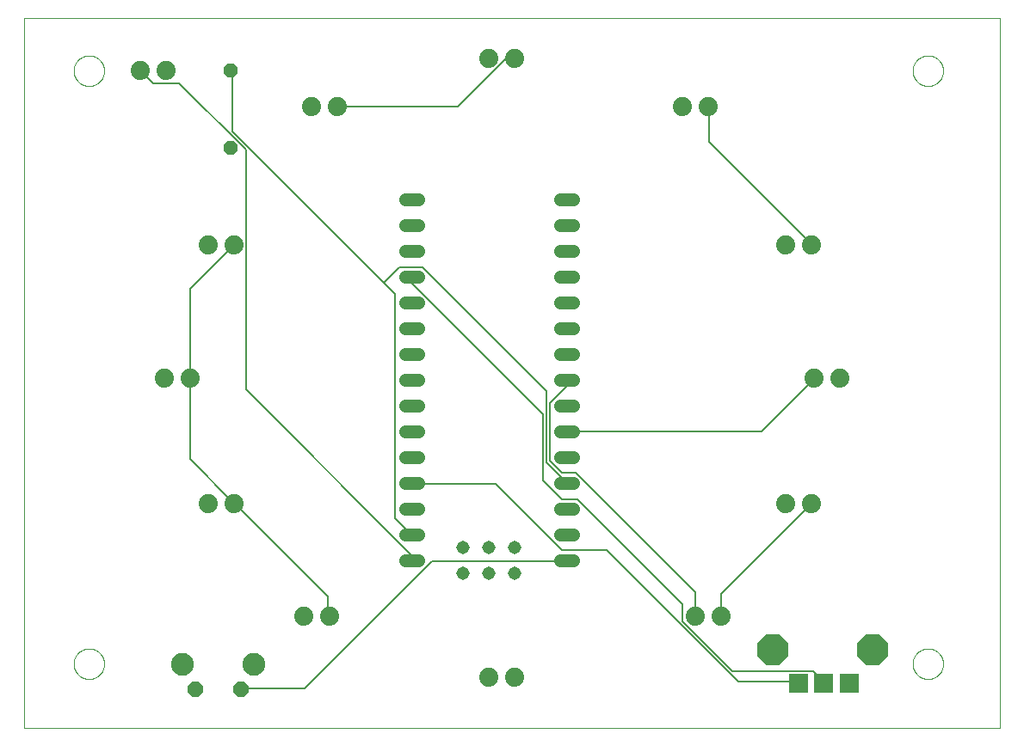
<source format=gbl>
G75*
%MOIN*%
%OFA0B0*%
%FSLAX25Y25*%
%IPPOS*%
%LPD*%
%AMOC8*
5,1,8,0,0,1.08239X$1,22.5*
%
%ADD10C,0.00000*%
%ADD11C,0.07400*%
%ADD12OC8,0.05200*%
%ADD13OC8,0.06000*%
%ADD14C,0.08850*%
%ADD15C,0.05150*%
%ADD16C,0.05150*%
%ADD17R,0.07400X0.07400*%
%ADD18OC8,0.11811*%
%ADD19C,0.00600*%
D10*
X0001000Y0020750D02*
X0001000Y0296341D01*
X0378953Y0296341D01*
X0378953Y0020750D01*
X0001000Y0020750D01*
X0020094Y0045750D02*
X0020096Y0045903D01*
X0020102Y0046057D01*
X0020112Y0046210D01*
X0020126Y0046362D01*
X0020144Y0046515D01*
X0020166Y0046666D01*
X0020191Y0046817D01*
X0020221Y0046968D01*
X0020255Y0047118D01*
X0020292Y0047266D01*
X0020333Y0047414D01*
X0020378Y0047560D01*
X0020427Y0047706D01*
X0020480Y0047850D01*
X0020536Y0047992D01*
X0020596Y0048133D01*
X0020660Y0048273D01*
X0020727Y0048411D01*
X0020798Y0048547D01*
X0020873Y0048681D01*
X0020950Y0048813D01*
X0021032Y0048943D01*
X0021116Y0049071D01*
X0021204Y0049197D01*
X0021295Y0049320D01*
X0021389Y0049441D01*
X0021487Y0049559D01*
X0021587Y0049675D01*
X0021691Y0049788D01*
X0021797Y0049899D01*
X0021906Y0050007D01*
X0022018Y0050112D01*
X0022132Y0050213D01*
X0022250Y0050312D01*
X0022369Y0050408D01*
X0022491Y0050501D01*
X0022616Y0050590D01*
X0022743Y0050677D01*
X0022872Y0050759D01*
X0023003Y0050839D01*
X0023136Y0050915D01*
X0023271Y0050988D01*
X0023408Y0051057D01*
X0023547Y0051122D01*
X0023687Y0051184D01*
X0023829Y0051242D01*
X0023972Y0051297D01*
X0024117Y0051348D01*
X0024263Y0051395D01*
X0024410Y0051438D01*
X0024558Y0051477D01*
X0024707Y0051513D01*
X0024857Y0051544D01*
X0025008Y0051572D01*
X0025159Y0051596D01*
X0025312Y0051616D01*
X0025464Y0051632D01*
X0025617Y0051644D01*
X0025770Y0051652D01*
X0025923Y0051656D01*
X0026077Y0051656D01*
X0026230Y0051652D01*
X0026383Y0051644D01*
X0026536Y0051632D01*
X0026688Y0051616D01*
X0026841Y0051596D01*
X0026992Y0051572D01*
X0027143Y0051544D01*
X0027293Y0051513D01*
X0027442Y0051477D01*
X0027590Y0051438D01*
X0027737Y0051395D01*
X0027883Y0051348D01*
X0028028Y0051297D01*
X0028171Y0051242D01*
X0028313Y0051184D01*
X0028453Y0051122D01*
X0028592Y0051057D01*
X0028729Y0050988D01*
X0028864Y0050915D01*
X0028997Y0050839D01*
X0029128Y0050759D01*
X0029257Y0050677D01*
X0029384Y0050590D01*
X0029509Y0050501D01*
X0029631Y0050408D01*
X0029750Y0050312D01*
X0029868Y0050213D01*
X0029982Y0050112D01*
X0030094Y0050007D01*
X0030203Y0049899D01*
X0030309Y0049788D01*
X0030413Y0049675D01*
X0030513Y0049559D01*
X0030611Y0049441D01*
X0030705Y0049320D01*
X0030796Y0049197D01*
X0030884Y0049071D01*
X0030968Y0048943D01*
X0031050Y0048813D01*
X0031127Y0048681D01*
X0031202Y0048547D01*
X0031273Y0048411D01*
X0031340Y0048273D01*
X0031404Y0048133D01*
X0031464Y0047992D01*
X0031520Y0047850D01*
X0031573Y0047706D01*
X0031622Y0047560D01*
X0031667Y0047414D01*
X0031708Y0047266D01*
X0031745Y0047118D01*
X0031779Y0046968D01*
X0031809Y0046817D01*
X0031834Y0046666D01*
X0031856Y0046515D01*
X0031874Y0046362D01*
X0031888Y0046210D01*
X0031898Y0046057D01*
X0031904Y0045903D01*
X0031906Y0045750D01*
X0031904Y0045597D01*
X0031898Y0045443D01*
X0031888Y0045290D01*
X0031874Y0045138D01*
X0031856Y0044985D01*
X0031834Y0044834D01*
X0031809Y0044683D01*
X0031779Y0044532D01*
X0031745Y0044382D01*
X0031708Y0044234D01*
X0031667Y0044086D01*
X0031622Y0043940D01*
X0031573Y0043794D01*
X0031520Y0043650D01*
X0031464Y0043508D01*
X0031404Y0043367D01*
X0031340Y0043227D01*
X0031273Y0043089D01*
X0031202Y0042953D01*
X0031127Y0042819D01*
X0031050Y0042687D01*
X0030968Y0042557D01*
X0030884Y0042429D01*
X0030796Y0042303D01*
X0030705Y0042180D01*
X0030611Y0042059D01*
X0030513Y0041941D01*
X0030413Y0041825D01*
X0030309Y0041712D01*
X0030203Y0041601D01*
X0030094Y0041493D01*
X0029982Y0041388D01*
X0029868Y0041287D01*
X0029750Y0041188D01*
X0029631Y0041092D01*
X0029509Y0040999D01*
X0029384Y0040910D01*
X0029257Y0040823D01*
X0029128Y0040741D01*
X0028997Y0040661D01*
X0028864Y0040585D01*
X0028729Y0040512D01*
X0028592Y0040443D01*
X0028453Y0040378D01*
X0028313Y0040316D01*
X0028171Y0040258D01*
X0028028Y0040203D01*
X0027883Y0040152D01*
X0027737Y0040105D01*
X0027590Y0040062D01*
X0027442Y0040023D01*
X0027293Y0039987D01*
X0027143Y0039956D01*
X0026992Y0039928D01*
X0026841Y0039904D01*
X0026688Y0039884D01*
X0026536Y0039868D01*
X0026383Y0039856D01*
X0026230Y0039848D01*
X0026077Y0039844D01*
X0025923Y0039844D01*
X0025770Y0039848D01*
X0025617Y0039856D01*
X0025464Y0039868D01*
X0025312Y0039884D01*
X0025159Y0039904D01*
X0025008Y0039928D01*
X0024857Y0039956D01*
X0024707Y0039987D01*
X0024558Y0040023D01*
X0024410Y0040062D01*
X0024263Y0040105D01*
X0024117Y0040152D01*
X0023972Y0040203D01*
X0023829Y0040258D01*
X0023687Y0040316D01*
X0023547Y0040378D01*
X0023408Y0040443D01*
X0023271Y0040512D01*
X0023136Y0040585D01*
X0023003Y0040661D01*
X0022872Y0040741D01*
X0022743Y0040823D01*
X0022616Y0040910D01*
X0022491Y0040999D01*
X0022369Y0041092D01*
X0022250Y0041188D01*
X0022132Y0041287D01*
X0022018Y0041388D01*
X0021906Y0041493D01*
X0021797Y0041601D01*
X0021691Y0041712D01*
X0021587Y0041825D01*
X0021487Y0041941D01*
X0021389Y0042059D01*
X0021295Y0042180D01*
X0021204Y0042303D01*
X0021116Y0042429D01*
X0021032Y0042557D01*
X0020950Y0042687D01*
X0020873Y0042819D01*
X0020798Y0042953D01*
X0020727Y0043089D01*
X0020660Y0043227D01*
X0020596Y0043367D01*
X0020536Y0043508D01*
X0020480Y0043650D01*
X0020427Y0043794D01*
X0020378Y0043940D01*
X0020333Y0044086D01*
X0020292Y0044234D01*
X0020255Y0044382D01*
X0020221Y0044532D01*
X0020191Y0044683D01*
X0020166Y0044834D01*
X0020144Y0044985D01*
X0020126Y0045138D01*
X0020112Y0045290D01*
X0020102Y0045443D01*
X0020096Y0045597D01*
X0020094Y0045750D01*
X0020094Y0275750D02*
X0020096Y0275903D01*
X0020102Y0276057D01*
X0020112Y0276210D01*
X0020126Y0276362D01*
X0020144Y0276515D01*
X0020166Y0276666D01*
X0020191Y0276817D01*
X0020221Y0276968D01*
X0020255Y0277118D01*
X0020292Y0277266D01*
X0020333Y0277414D01*
X0020378Y0277560D01*
X0020427Y0277706D01*
X0020480Y0277850D01*
X0020536Y0277992D01*
X0020596Y0278133D01*
X0020660Y0278273D01*
X0020727Y0278411D01*
X0020798Y0278547D01*
X0020873Y0278681D01*
X0020950Y0278813D01*
X0021032Y0278943D01*
X0021116Y0279071D01*
X0021204Y0279197D01*
X0021295Y0279320D01*
X0021389Y0279441D01*
X0021487Y0279559D01*
X0021587Y0279675D01*
X0021691Y0279788D01*
X0021797Y0279899D01*
X0021906Y0280007D01*
X0022018Y0280112D01*
X0022132Y0280213D01*
X0022250Y0280312D01*
X0022369Y0280408D01*
X0022491Y0280501D01*
X0022616Y0280590D01*
X0022743Y0280677D01*
X0022872Y0280759D01*
X0023003Y0280839D01*
X0023136Y0280915D01*
X0023271Y0280988D01*
X0023408Y0281057D01*
X0023547Y0281122D01*
X0023687Y0281184D01*
X0023829Y0281242D01*
X0023972Y0281297D01*
X0024117Y0281348D01*
X0024263Y0281395D01*
X0024410Y0281438D01*
X0024558Y0281477D01*
X0024707Y0281513D01*
X0024857Y0281544D01*
X0025008Y0281572D01*
X0025159Y0281596D01*
X0025312Y0281616D01*
X0025464Y0281632D01*
X0025617Y0281644D01*
X0025770Y0281652D01*
X0025923Y0281656D01*
X0026077Y0281656D01*
X0026230Y0281652D01*
X0026383Y0281644D01*
X0026536Y0281632D01*
X0026688Y0281616D01*
X0026841Y0281596D01*
X0026992Y0281572D01*
X0027143Y0281544D01*
X0027293Y0281513D01*
X0027442Y0281477D01*
X0027590Y0281438D01*
X0027737Y0281395D01*
X0027883Y0281348D01*
X0028028Y0281297D01*
X0028171Y0281242D01*
X0028313Y0281184D01*
X0028453Y0281122D01*
X0028592Y0281057D01*
X0028729Y0280988D01*
X0028864Y0280915D01*
X0028997Y0280839D01*
X0029128Y0280759D01*
X0029257Y0280677D01*
X0029384Y0280590D01*
X0029509Y0280501D01*
X0029631Y0280408D01*
X0029750Y0280312D01*
X0029868Y0280213D01*
X0029982Y0280112D01*
X0030094Y0280007D01*
X0030203Y0279899D01*
X0030309Y0279788D01*
X0030413Y0279675D01*
X0030513Y0279559D01*
X0030611Y0279441D01*
X0030705Y0279320D01*
X0030796Y0279197D01*
X0030884Y0279071D01*
X0030968Y0278943D01*
X0031050Y0278813D01*
X0031127Y0278681D01*
X0031202Y0278547D01*
X0031273Y0278411D01*
X0031340Y0278273D01*
X0031404Y0278133D01*
X0031464Y0277992D01*
X0031520Y0277850D01*
X0031573Y0277706D01*
X0031622Y0277560D01*
X0031667Y0277414D01*
X0031708Y0277266D01*
X0031745Y0277118D01*
X0031779Y0276968D01*
X0031809Y0276817D01*
X0031834Y0276666D01*
X0031856Y0276515D01*
X0031874Y0276362D01*
X0031888Y0276210D01*
X0031898Y0276057D01*
X0031904Y0275903D01*
X0031906Y0275750D01*
X0031904Y0275597D01*
X0031898Y0275443D01*
X0031888Y0275290D01*
X0031874Y0275138D01*
X0031856Y0274985D01*
X0031834Y0274834D01*
X0031809Y0274683D01*
X0031779Y0274532D01*
X0031745Y0274382D01*
X0031708Y0274234D01*
X0031667Y0274086D01*
X0031622Y0273940D01*
X0031573Y0273794D01*
X0031520Y0273650D01*
X0031464Y0273508D01*
X0031404Y0273367D01*
X0031340Y0273227D01*
X0031273Y0273089D01*
X0031202Y0272953D01*
X0031127Y0272819D01*
X0031050Y0272687D01*
X0030968Y0272557D01*
X0030884Y0272429D01*
X0030796Y0272303D01*
X0030705Y0272180D01*
X0030611Y0272059D01*
X0030513Y0271941D01*
X0030413Y0271825D01*
X0030309Y0271712D01*
X0030203Y0271601D01*
X0030094Y0271493D01*
X0029982Y0271388D01*
X0029868Y0271287D01*
X0029750Y0271188D01*
X0029631Y0271092D01*
X0029509Y0270999D01*
X0029384Y0270910D01*
X0029257Y0270823D01*
X0029128Y0270741D01*
X0028997Y0270661D01*
X0028864Y0270585D01*
X0028729Y0270512D01*
X0028592Y0270443D01*
X0028453Y0270378D01*
X0028313Y0270316D01*
X0028171Y0270258D01*
X0028028Y0270203D01*
X0027883Y0270152D01*
X0027737Y0270105D01*
X0027590Y0270062D01*
X0027442Y0270023D01*
X0027293Y0269987D01*
X0027143Y0269956D01*
X0026992Y0269928D01*
X0026841Y0269904D01*
X0026688Y0269884D01*
X0026536Y0269868D01*
X0026383Y0269856D01*
X0026230Y0269848D01*
X0026077Y0269844D01*
X0025923Y0269844D01*
X0025770Y0269848D01*
X0025617Y0269856D01*
X0025464Y0269868D01*
X0025312Y0269884D01*
X0025159Y0269904D01*
X0025008Y0269928D01*
X0024857Y0269956D01*
X0024707Y0269987D01*
X0024558Y0270023D01*
X0024410Y0270062D01*
X0024263Y0270105D01*
X0024117Y0270152D01*
X0023972Y0270203D01*
X0023829Y0270258D01*
X0023687Y0270316D01*
X0023547Y0270378D01*
X0023408Y0270443D01*
X0023271Y0270512D01*
X0023136Y0270585D01*
X0023003Y0270661D01*
X0022872Y0270741D01*
X0022743Y0270823D01*
X0022616Y0270910D01*
X0022491Y0270999D01*
X0022369Y0271092D01*
X0022250Y0271188D01*
X0022132Y0271287D01*
X0022018Y0271388D01*
X0021906Y0271493D01*
X0021797Y0271601D01*
X0021691Y0271712D01*
X0021587Y0271825D01*
X0021487Y0271941D01*
X0021389Y0272059D01*
X0021295Y0272180D01*
X0021204Y0272303D01*
X0021116Y0272429D01*
X0021032Y0272557D01*
X0020950Y0272687D01*
X0020873Y0272819D01*
X0020798Y0272953D01*
X0020727Y0273089D01*
X0020660Y0273227D01*
X0020596Y0273367D01*
X0020536Y0273508D01*
X0020480Y0273650D01*
X0020427Y0273794D01*
X0020378Y0273940D01*
X0020333Y0274086D01*
X0020292Y0274234D01*
X0020255Y0274382D01*
X0020221Y0274532D01*
X0020191Y0274683D01*
X0020166Y0274834D01*
X0020144Y0274985D01*
X0020126Y0275138D01*
X0020112Y0275290D01*
X0020102Y0275443D01*
X0020096Y0275597D01*
X0020094Y0275750D01*
X0345094Y0275750D02*
X0345096Y0275903D01*
X0345102Y0276057D01*
X0345112Y0276210D01*
X0345126Y0276362D01*
X0345144Y0276515D01*
X0345166Y0276666D01*
X0345191Y0276817D01*
X0345221Y0276968D01*
X0345255Y0277118D01*
X0345292Y0277266D01*
X0345333Y0277414D01*
X0345378Y0277560D01*
X0345427Y0277706D01*
X0345480Y0277850D01*
X0345536Y0277992D01*
X0345596Y0278133D01*
X0345660Y0278273D01*
X0345727Y0278411D01*
X0345798Y0278547D01*
X0345873Y0278681D01*
X0345950Y0278813D01*
X0346032Y0278943D01*
X0346116Y0279071D01*
X0346204Y0279197D01*
X0346295Y0279320D01*
X0346389Y0279441D01*
X0346487Y0279559D01*
X0346587Y0279675D01*
X0346691Y0279788D01*
X0346797Y0279899D01*
X0346906Y0280007D01*
X0347018Y0280112D01*
X0347132Y0280213D01*
X0347250Y0280312D01*
X0347369Y0280408D01*
X0347491Y0280501D01*
X0347616Y0280590D01*
X0347743Y0280677D01*
X0347872Y0280759D01*
X0348003Y0280839D01*
X0348136Y0280915D01*
X0348271Y0280988D01*
X0348408Y0281057D01*
X0348547Y0281122D01*
X0348687Y0281184D01*
X0348829Y0281242D01*
X0348972Y0281297D01*
X0349117Y0281348D01*
X0349263Y0281395D01*
X0349410Y0281438D01*
X0349558Y0281477D01*
X0349707Y0281513D01*
X0349857Y0281544D01*
X0350008Y0281572D01*
X0350159Y0281596D01*
X0350312Y0281616D01*
X0350464Y0281632D01*
X0350617Y0281644D01*
X0350770Y0281652D01*
X0350923Y0281656D01*
X0351077Y0281656D01*
X0351230Y0281652D01*
X0351383Y0281644D01*
X0351536Y0281632D01*
X0351688Y0281616D01*
X0351841Y0281596D01*
X0351992Y0281572D01*
X0352143Y0281544D01*
X0352293Y0281513D01*
X0352442Y0281477D01*
X0352590Y0281438D01*
X0352737Y0281395D01*
X0352883Y0281348D01*
X0353028Y0281297D01*
X0353171Y0281242D01*
X0353313Y0281184D01*
X0353453Y0281122D01*
X0353592Y0281057D01*
X0353729Y0280988D01*
X0353864Y0280915D01*
X0353997Y0280839D01*
X0354128Y0280759D01*
X0354257Y0280677D01*
X0354384Y0280590D01*
X0354509Y0280501D01*
X0354631Y0280408D01*
X0354750Y0280312D01*
X0354868Y0280213D01*
X0354982Y0280112D01*
X0355094Y0280007D01*
X0355203Y0279899D01*
X0355309Y0279788D01*
X0355413Y0279675D01*
X0355513Y0279559D01*
X0355611Y0279441D01*
X0355705Y0279320D01*
X0355796Y0279197D01*
X0355884Y0279071D01*
X0355968Y0278943D01*
X0356050Y0278813D01*
X0356127Y0278681D01*
X0356202Y0278547D01*
X0356273Y0278411D01*
X0356340Y0278273D01*
X0356404Y0278133D01*
X0356464Y0277992D01*
X0356520Y0277850D01*
X0356573Y0277706D01*
X0356622Y0277560D01*
X0356667Y0277414D01*
X0356708Y0277266D01*
X0356745Y0277118D01*
X0356779Y0276968D01*
X0356809Y0276817D01*
X0356834Y0276666D01*
X0356856Y0276515D01*
X0356874Y0276362D01*
X0356888Y0276210D01*
X0356898Y0276057D01*
X0356904Y0275903D01*
X0356906Y0275750D01*
X0356904Y0275597D01*
X0356898Y0275443D01*
X0356888Y0275290D01*
X0356874Y0275138D01*
X0356856Y0274985D01*
X0356834Y0274834D01*
X0356809Y0274683D01*
X0356779Y0274532D01*
X0356745Y0274382D01*
X0356708Y0274234D01*
X0356667Y0274086D01*
X0356622Y0273940D01*
X0356573Y0273794D01*
X0356520Y0273650D01*
X0356464Y0273508D01*
X0356404Y0273367D01*
X0356340Y0273227D01*
X0356273Y0273089D01*
X0356202Y0272953D01*
X0356127Y0272819D01*
X0356050Y0272687D01*
X0355968Y0272557D01*
X0355884Y0272429D01*
X0355796Y0272303D01*
X0355705Y0272180D01*
X0355611Y0272059D01*
X0355513Y0271941D01*
X0355413Y0271825D01*
X0355309Y0271712D01*
X0355203Y0271601D01*
X0355094Y0271493D01*
X0354982Y0271388D01*
X0354868Y0271287D01*
X0354750Y0271188D01*
X0354631Y0271092D01*
X0354509Y0270999D01*
X0354384Y0270910D01*
X0354257Y0270823D01*
X0354128Y0270741D01*
X0353997Y0270661D01*
X0353864Y0270585D01*
X0353729Y0270512D01*
X0353592Y0270443D01*
X0353453Y0270378D01*
X0353313Y0270316D01*
X0353171Y0270258D01*
X0353028Y0270203D01*
X0352883Y0270152D01*
X0352737Y0270105D01*
X0352590Y0270062D01*
X0352442Y0270023D01*
X0352293Y0269987D01*
X0352143Y0269956D01*
X0351992Y0269928D01*
X0351841Y0269904D01*
X0351688Y0269884D01*
X0351536Y0269868D01*
X0351383Y0269856D01*
X0351230Y0269848D01*
X0351077Y0269844D01*
X0350923Y0269844D01*
X0350770Y0269848D01*
X0350617Y0269856D01*
X0350464Y0269868D01*
X0350312Y0269884D01*
X0350159Y0269904D01*
X0350008Y0269928D01*
X0349857Y0269956D01*
X0349707Y0269987D01*
X0349558Y0270023D01*
X0349410Y0270062D01*
X0349263Y0270105D01*
X0349117Y0270152D01*
X0348972Y0270203D01*
X0348829Y0270258D01*
X0348687Y0270316D01*
X0348547Y0270378D01*
X0348408Y0270443D01*
X0348271Y0270512D01*
X0348136Y0270585D01*
X0348003Y0270661D01*
X0347872Y0270741D01*
X0347743Y0270823D01*
X0347616Y0270910D01*
X0347491Y0270999D01*
X0347369Y0271092D01*
X0347250Y0271188D01*
X0347132Y0271287D01*
X0347018Y0271388D01*
X0346906Y0271493D01*
X0346797Y0271601D01*
X0346691Y0271712D01*
X0346587Y0271825D01*
X0346487Y0271941D01*
X0346389Y0272059D01*
X0346295Y0272180D01*
X0346204Y0272303D01*
X0346116Y0272429D01*
X0346032Y0272557D01*
X0345950Y0272687D01*
X0345873Y0272819D01*
X0345798Y0272953D01*
X0345727Y0273089D01*
X0345660Y0273227D01*
X0345596Y0273367D01*
X0345536Y0273508D01*
X0345480Y0273650D01*
X0345427Y0273794D01*
X0345378Y0273940D01*
X0345333Y0274086D01*
X0345292Y0274234D01*
X0345255Y0274382D01*
X0345221Y0274532D01*
X0345191Y0274683D01*
X0345166Y0274834D01*
X0345144Y0274985D01*
X0345126Y0275138D01*
X0345112Y0275290D01*
X0345102Y0275443D01*
X0345096Y0275597D01*
X0345094Y0275750D01*
X0345094Y0045750D02*
X0345096Y0045903D01*
X0345102Y0046057D01*
X0345112Y0046210D01*
X0345126Y0046362D01*
X0345144Y0046515D01*
X0345166Y0046666D01*
X0345191Y0046817D01*
X0345221Y0046968D01*
X0345255Y0047118D01*
X0345292Y0047266D01*
X0345333Y0047414D01*
X0345378Y0047560D01*
X0345427Y0047706D01*
X0345480Y0047850D01*
X0345536Y0047992D01*
X0345596Y0048133D01*
X0345660Y0048273D01*
X0345727Y0048411D01*
X0345798Y0048547D01*
X0345873Y0048681D01*
X0345950Y0048813D01*
X0346032Y0048943D01*
X0346116Y0049071D01*
X0346204Y0049197D01*
X0346295Y0049320D01*
X0346389Y0049441D01*
X0346487Y0049559D01*
X0346587Y0049675D01*
X0346691Y0049788D01*
X0346797Y0049899D01*
X0346906Y0050007D01*
X0347018Y0050112D01*
X0347132Y0050213D01*
X0347250Y0050312D01*
X0347369Y0050408D01*
X0347491Y0050501D01*
X0347616Y0050590D01*
X0347743Y0050677D01*
X0347872Y0050759D01*
X0348003Y0050839D01*
X0348136Y0050915D01*
X0348271Y0050988D01*
X0348408Y0051057D01*
X0348547Y0051122D01*
X0348687Y0051184D01*
X0348829Y0051242D01*
X0348972Y0051297D01*
X0349117Y0051348D01*
X0349263Y0051395D01*
X0349410Y0051438D01*
X0349558Y0051477D01*
X0349707Y0051513D01*
X0349857Y0051544D01*
X0350008Y0051572D01*
X0350159Y0051596D01*
X0350312Y0051616D01*
X0350464Y0051632D01*
X0350617Y0051644D01*
X0350770Y0051652D01*
X0350923Y0051656D01*
X0351077Y0051656D01*
X0351230Y0051652D01*
X0351383Y0051644D01*
X0351536Y0051632D01*
X0351688Y0051616D01*
X0351841Y0051596D01*
X0351992Y0051572D01*
X0352143Y0051544D01*
X0352293Y0051513D01*
X0352442Y0051477D01*
X0352590Y0051438D01*
X0352737Y0051395D01*
X0352883Y0051348D01*
X0353028Y0051297D01*
X0353171Y0051242D01*
X0353313Y0051184D01*
X0353453Y0051122D01*
X0353592Y0051057D01*
X0353729Y0050988D01*
X0353864Y0050915D01*
X0353997Y0050839D01*
X0354128Y0050759D01*
X0354257Y0050677D01*
X0354384Y0050590D01*
X0354509Y0050501D01*
X0354631Y0050408D01*
X0354750Y0050312D01*
X0354868Y0050213D01*
X0354982Y0050112D01*
X0355094Y0050007D01*
X0355203Y0049899D01*
X0355309Y0049788D01*
X0355413Y0049675D01*
X0355513Y0049559D01*
X0355611Y0049441D01*
X0355705Y0049320D01*
X0355796Y0049197D01*
X0355884Y0049071D01*
X0355968Y0048943D01*
X0356050Y0048813D01*
X0356127Y0048681D01*
X0356202Y0048547D01*
X0356273Y0048411D01*
X0356340Y0048273D01*
X0356404Y0048133D01*
X0356464Y0047992D01*
X0356520Y0047850D01*
X0356573Y0047706D01*
X0356622Y0047560D01*
X0356667Y0047414D01*
X0356708Y0047266D01*
X0356745Y0047118D01*
X0356779Y0046968D01*
X0356809Y0046817D01*
X0356834Y0046666D01*
X0356856Y0046515D01*
X0356874Y0046362D01*
X0356888Y0046210D01*
X0356898Y0046057D01*
X0356904Y0045903D01*
X0356906Y0045750D01*
X0356904Y0045597D01*
X0356898Y0045443D01*
X0356888Y0045290D01*
X0356874Y0045138D01*
X0356856Y0044985D01*
X0356834Y0044834D01*
X0356809Y0044683D01*
X0356779Y0044532D01*
X0356745Y0044382D01*
X0356708Y0044234D01*
X0356667Y0044086D01*
X0356622Y0043940D01*
X0356573Y0043794D01*
X0356520Y0043650D01*
X0356464Y0043508D01*
X0356404Y0043367D01*
X0356340Y0043227D01*
X0356273Y0043089D01*
X0356202Y0042953D01*
X0356127Y0042819D01*
X0356050Y0042687D01*
X0355968Y0042557D01*
X0355884Y0042429D01*
X0355796Y0042303D01*
X0355705Y0042180D01*
X0355611Y0042059D01*
X0355513Y0041941D01*
X0355413Y0041825D01*
X0355309Y0041712D01*
X0355203Y0041601D01*
X0355094Y0041493D01*
X0354982Y0041388D01*
X0354868Y0041287D01*
X0354750Y0041188D01*
X0354631Y0041092D01*
X0354509Y0040999D01*
X0354384Y0040910D01*
X0354257Y0040823D01*
X0354128Y0040741D01*
X0353997Y0040661D01*
X0353864Y0040585D01*
X0353729Y0040512D01*
X0353592Y0040443D01*
X0353453Y0040378D01*
X0353313Y0040316D01*
X0353171Y0040258D01*
X0353028Y0040203D01*
X0352883Y0040152D01*
X0352737Y0040105D01*
X0352590Y0040062D01*
X0352442Y0040023D01*
X0352293Y0039987D01*
X0352143Y0039956D01*
X0351992Y0039928D01*
X0351841Y0039904D01*
X0351688Y0039884D01*
X0351536Y0039868D01*
X0351383Y0039856D01*
X0351230Y0039848D01*
X0351077Y0039844D01*
X0350923Y0039844D01*
X0350770Y0039848D01*
X0350617Y0039856D01*
X0350464Y0039868D01*
X0350312Y0039884D01*
X0350159Y0039904D01*
X0350008Y0039928D01*
X0349857Y0039956D01*
X0349707Y0039987D01*
X0349558Y0040023D01*
X0349410Y0040062D01*
X0349263Y0040105D01*
X0349117Y0040152D01*
X0348972Y0040203D01*
X0348829Y0040258D01*
X0348687Y0040316D01*
X0348547Y0040378D01*
X0348408Y0040443D01*
X0348271Y0040512D01*
X0348136Y0040585D01*
X0348003Y0040661D01*
X0347872Y0040741D01*
X0347743Y0040823D01*
X0347616Y0040910D01*
X0347491Y0040999D01*
X0347369Y0041092D01*
X0347250Y0041188D01*
X0347132Y0041287D01*
X0347018Y0041388D01*
X0346906Y0041493D01*
X0346797Y0041601D01*
X0346691Y0041712D01*
X0346587Y0041825D01*
X0346487Y0041941D01*
X0346389Y0042059D01*
X0346295Y0042180D01*
X0346204Y0042303D01*
X0346116Y0042429D01*
X0346032Y0042557D01*
X0345950Y0042687D01*
X0345873Y0042819D01*
X0345798Y0042953D01*
X0345727Y0043089D01*
X0345660Y0043227D01*
X0345596Y0043367D01*
X0345536Y0043508D01*
X0345480Y0043650D01*
X0345427Y0043794D01*
X0345378Y0043940D01*
X0345333Y0044086D01*
X0345292Y0044234D01*
X0345255Y0044382D01*
X0345221Y0044532D01*
X0345191Y0044683D01*
X0345166Y0044834D01*
X0345144Y0044985D01*
X0345126Y0045138D01*
X0345112Y0045290D01*
X0345102Y0045443D01*
X0345096Y0045597D01*
X0345094Y0045750D01*
D11*
X0271000Y0064136D03*
X0261000Y0064136D03*
X0296000Y0107837D03*
X0306000Y0107837D03*
X0307024Y0156577D03*
X0317024Y0156577D03*
X0306000Y0208191D03*
X0296000Y0208191D03*
X0266000Y0261892D03*
X0256000Y0261892D03*
X0191039Y0280593D03*
X0181039Y0280593D03*
X0122063Y0261892D03*
X0112063Y0261892D03*
X0056000Y0275750D03*
X0046000Y0275750D03*
X0072063Y0208191D03*
X0082063Y0208191D03*
X0065055Y0156577D03*
X0055055Y0156577D03*
X0072063Y0107837D03*
X0082063Y0107837D03*
X0109071Y0064136D03*
X0119071Y0064136D03*
X0181039Y0040435D03*
X0191039Y0040435D03*
D12*
X0081000Y0245750D03*
X0081000Y0275750D03*
D13*
X0084900Y0035850D03*
X0067100Y0035850D03*
D14*
X0062200Y0045650D03*
X0089800Y0045650D03*
D15*
X0148425Y0085750D02*
X0153575Y0085750D01*
X0153575Y0095750D02*
X0148425Y0095750D01*
X0148425Y0105750D02*
X0153575Y0105750D01*
X0153575Y0115750D02*
X0148425Y0115750D01*
X0148425Y0125750D02*
X0153575Y0125750D01*
X0153575Y0135750D02*
X0148425Y0135750D01*
X0148425Y0145750D02*
X0153575Y0145750D01*
X0153575Y0155750D02*
X0148425Y0155750D01*
X0148425Y0165750D02*
X0153575Y0165750D01*
X0153575Y0175750D02*
X0148425Y0175750D01*
X0148425Y0185750D02*
X0153575Y0185750D01*
X0153575Y0195750D02*
X0148425Y0195750D01*
X0148425Y0205750D02*
X0153575Y0205750D01*
X0153575Y0215750D02*
X0148425Y0215750D01*
X0148425Y0225750D02*
X0153575Y0225750D01*
X0208425Y0225750D02*
X0213575Y0225750D01*
X0213575Y0215750D02*
X0208425Y0215750D01*
X0208425Y0205750D02*
X0213575Y0205750D01*
X0213575Y0195750D02*
X0208425Y0195750D01*
X0208425Y0185750D02*
X0213575Y0185750D01*
X0213575Y0175750D02*
X0208425Y0175750D01*
X0208425Y0165750D02*
X0213575Y0165750D01*
X0213575Y0155750D02*
X0208425Y0155750D01*
X0208425Y0145750D02*
X0213575Y0145750D01*
X0213575Y0135750D02*
X0208425Y0135750D01*
X0208425Y0125750D02*
X0213575Y0125750D01*
X0213575Y0115750D02*
X0208425Y0115750D01*
X0208425Y0105750D02*
X0213575Y0105750D01*
X0213575Y0095750D02*
X0208425Y0095750D01*
X0208425Y0085750D02*
X0213575Y0085750D01*
D16*
X0191000Y0080750D03*
X0191000Y0090750D03*
X0181000Y0090750D03*
X0171000Y0090750D03*
X0171000Y0080750D03*
X0181000Y0080750D03*
D17*
X0300843Y0038309D03*
X0310685Y0038309D03*
X0320528Y0038309D03*
D18*
X0329583Y0051301D03*
X0291000Y0051301D03*
D19*
X0306400Y0042950D02*
X0275200Y0042950D01*
X0256000Y0062150D01*
X0256000Y0068750D01*
X0215200Y0109550D01*
X0209200Y0109550D01*
X0202000Y0116750D01*
X0202000Y0142550D01*
X0151000Y0193550D01*
X0151000Y0195350D01*
X0151000Y0195750D01*
X0155200Y0199550D02*
X0146200Y0199550D01*
X0140200Y0193550D01*
X0081400Y0252350D01*
X0081400Y0275750D01*
X0081000Y0275750D01*
X0061000Y0270950D02*
X0050800Y0270950D01*
X0046000Y0275750D01*
X0061000Y0270950D02*
X0086800Y0245150D01*
X0086800Y0152150D01*
X0151000Y0087950D01*
X0151000Y0086150D01*
X0151000Y0085750D01*
X0158800Y0085550D02*
X0109600Y0036350D01*
X0085000Y0036350D01*
X0084900Y0035850D01*
X0118600Y0064550D02*
X0119071Y0064136D01*
X0118600Y0064550D02*
X0118600Y0071750D01*
X0082600Y0107750D01*
X0082063Y0107837D01*
X0082000Y0108350D01*
X0065200Y0125150D01*
X0065200Y0156350D01*
X0065055Y0156577D01*
X0065200Y0156950D01*
X0065200Y0191150D01*
X0082000Y0207950D01*
X0082063Y0208191D01*
X0140200Y0193550D02*
X0144400Y0189350D01*
X0144400Y0102350D01*
X0151000Y0095750D01*
X0158800Y0085550D02*
X0211000Y0085550D01*
X0211000Y0085750D01*
X0209200Y0089750D02*
X0226600Y0089750D01*
X0277600Y0038750D01*
X0300400Y0038750D01*
X0300843Y0038309D01*
X0306400Y0042950D02*
X0310600Y0038750D01*
X0310685Y0038309D01*
X0271000Y0064136D02*
X0271000Y0064550D01*
X0271000Y0072950D01*
X0305800Y0107750D01*
X0306000Y0107837D01*
X0286600Y0135950D02*
X0307000Y0156350D01*
X0307024Y0156577D01*
X0286600Y0135950D02*
X0211000Y0135950D01*
X0211000Y0135750D01*
X0204400Y0146750D02*
X0204400Y0124550D01*
X0209200Y0119750D01*
X0214600Y0119750D01*
X0260800Y0073550D01*
X0260800Y0064550D01*
X0261000Y0064136D01*
X0209200Y0089750D02*
X0183400Y0115550D01*
X0151000Y0115550D01*
X0151000Y0115750D01*
X0203200Y0123950D02*
X0203200Y0151550D01*
X0155200Y0199550D01*
X0211000Y0155750D02*
X0211000Y0153350D01*
X0204400Y0146750D01*
X0203200Y0123950D02*
X0211000Y0116150D01*
X0211000Y0115750D01*
X0306000Y0208191D02*
X0305800Y0208550D01*
X0266200Y0248150D01*
X0266200Y0261350D01*
X0266000Y0261892D01*
X0191039Y0280593D02*
X0190600Y0280550D01*
X0187600Y0280550D01*
X0169000Y0261950D01*
X0122200Y0261950D01*
X0122063Y0261892D01*
M02*

</source>
